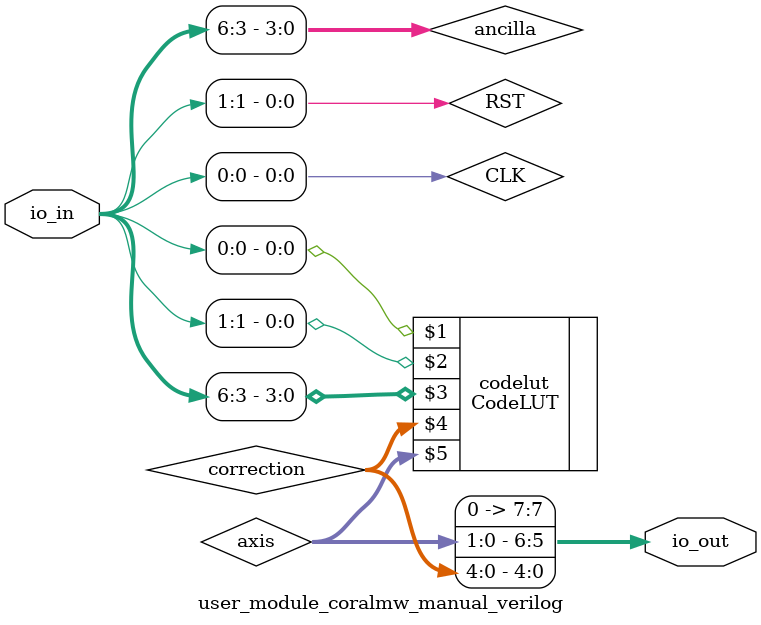
<source format=v>

module user_module_coralmw_manual_verilog(
  input [7:0] io_in,
  output [7:0] io_out
);

wire CLK; 
assign CLK = io_in[0];
wire RST; 
assign RST = io_in[1];
wire [3:0] ancilla; 
assign ancilla = io_in[6:3];

wire [4:0] correction;
wire [1:0] axis;
assign io_out = {1'b0, axis, correction};

  CodeLUT codelut(
    CLK, RST,
    ancilla,
    correction,
    axis);
    
endmodule

</source>
